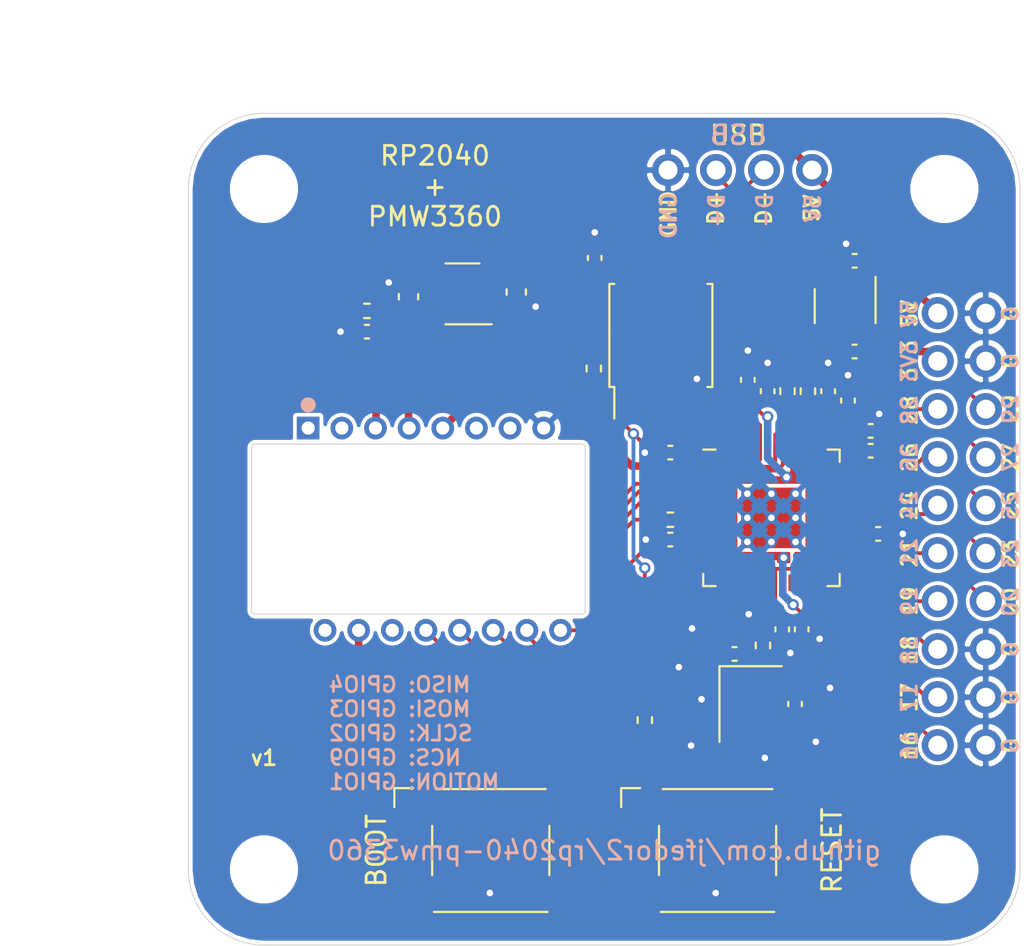
<source format=kicad_pcb>
(kicad_pcb (version 20171130) (host pcbnew "(5.1.10)-1")
  (layers (0 F.Cu signal) (31 B.Cu signal) (34 B.Paste user) (35 F.Paste user) (36 B.SilkS user) (37 F.SilkS user) (38 B.Mask user) (39 F.Mask user) (44 Edge.Cuts user))
  (net 0 "")
  (net 1 GND)
  (net 2 +5V)
  (net 3 D-)
  (net 4 D+)
  (net 5 +3V3)
  (net 6 +1V1)
  (net 7 "Net-(R3-Pad2)")
  (net 8 "Net-(R4-Pad2)")
  (net 9 XIN)
  (net 10 XOUT)
  (net 11 "Net-(R1-Pad2)")
  (net 12 QSPI_SS)
  (net 13 QSPI_SD3)
  (net 14 QSPI_SCLK)
  (net 15 QSPI_SD0)
  (net 16 QSPI_SD2)
  (net 17 QSPI_SD1)
  (net 18 +1V8)
  (net 19 "Net-(C14-Pad1)")
  (net 20 "Net-(C19-Pad1)")
  (net 21 MISO)
  (net 22 "Net-(R6-Pad2)")
  (net 23 "Net-(SW1-Pad2)")
  (net 24 "Net-(U1-Pad4)")
  (net 25 MOTION)
  (net 26 SCLK)
  (net 27 "Net-(U2-Pad7)")
  (net 28 MOSI)
  (net 29 "Net-(U2-Pad6)")
  (net 30 NCS)
  (net 31 "Net-(U2-Pad14)")
  (net 32 "Net-(U2-Pad2)")
  (net 33 "Net-(U2-Pad16)")
  (net 34 "Net-(U2-Pad1)")
  (net 35 "Net-(U3-Pad34)")
  (net 36 "Net-(U3-Pad25)")
  (net 37 "Net-(U3-Pad24)")
  (net 38 "Net-(U3-Pad18)")
  (net 39 "Net-(U3-Pad17)")
  (net 40 "Net-(U3-Pad16)")
  (net 41 "Net-(U3-Pad15)")
  (net 42 "Net-(U3-Pad9)")
  (net 43 "Net-(U3-Pad8)")
  (net 44 "Net-(U3-Pad7)")
  (net 45 "Net-(U4-Pad4)")
  (net 46 GPIO29)
  (net 47 GPIO28)
  (net 48 GPIO27)
  (net 49 GPIO26)
  (net 50 GPIO25)
  (net 51 GPIO24)
  (net 52 GPIO23)
  (net 53 GPIO20)
  (net 54 GPIO19)
  (net 55 GPIO18)
  (net 56 GPIO17)
  (net 57 GPIO16)
  (net 58 GPIO21)
  (net 59 "Net-(U3-Pad2)")
  (net 60 "Net-(U3-Pad14)")
  (net 61 "Net-(U3-Pad13)")
  (net 62 "Net-(U3-Pad11)")
  (module PMW3360:PMW3360 (layer B.Cu) (at 107.34 42.65 270)
    (fp_text reference U2 hide)
    (fp_text value PMW3360)
    (pad 9 thru_hole circle (at 10.7 -13.35 270) (size 1.2 1.2) (drill 0.7) (layers *.Cu *.Mask) (net 25 MOTION))
    (pad 10 thru_hole circle (at 10.7 -11.57 270) (size 1.2 1.2) (drill 0.7) (layers *.Cu *.Mask) (net 26 SCLK))
    (pad 11 thru_hole circle (at 10.7 -9.79 270) (size 1.2 1.2) (drill 0.7) (layers *.Cu *.Mask) (net 28 MOSI))
    (pad 12 thru_hole circle (at 10.7 -8.01 270) (size 1.2 1.2) (drill 0.7) (layers *.Cu *.Mask) (net 21 MISO))
    (pad 13 thru_hole circle (at 10.7 -6.23 270) (size 1.2 1.2) (drill 0.7) (layers *.Cu *.Mask) (net 30 NCS))
    (pad 14 thru_hole circle (at 10.7 -4.45 270) (size 1.2 1.2) (drill 0.7) (layers *.Cu *.Mask) (net 31 "Net-(U2-Pad14)"))
    (pad 15 thru_hole circle (at 10.7 -2.67 270) (size 1.2 1.2) (drill 0.7) (layers *.Cu *.Mask) (net 11 "Net-(R1-Pad2)"))
    (pad 16 thru_hole circle (at 10.7 -0.89 270) (size 1.2 1.2) (drill 0.7) (layers *.Cu *.Mask) (net 33 "Net-(U2-Pad16)"))
    (pad 8 thru_hole circle (at 0 -12.46 270) (size 1.2 1.2) (drill 0.7) (layers *.Cu *.Mask) (net 1 GND))
    (pad 7 thru_hole circle (at 0 -10.68 270) (size 1.2 1.2) (drill 0.7) (layers *.Cu *.Mask) (net 27 "Net-(U2-Pad7)"))
    (pad 6 thru_hole circle (at 0 -8.9 270) (size 1.2 1.2) (drill 0.7) (layers *.Cu *.Mask) (net 29 "Net-(U2-Pad6)"))
    (pad 5 thru_hole circle (at 0 -7.12 270) (size 1.2 1.2) (drill 0.7) (layers *.Cu *.Mask) (net 5 +3V3))
    (pad 4 thru_hole circle (at 0 -5.34 270) (size 1.2 1.2) (drill 0.7) (layers *.Cu *.Mask) (net 18 +1V8))
    (pad 3 thru_hole circle (at 0 -3.56 270) (size 1.2 1.2) (drill 0.7) (layers *.Cu *.Mask) (net 19 "Net-(C14-Pad1)"))
    (pad 2 thru_hole circle (at 0 -1.78 270) (size 1.2 1.2) (drill 0.7) (layers *.Cu *.Mask) (net 32 "Net-(U2-Pad2)"))
    (pad 1 thru_hole rect (at 0 0 270) (size 1.2 1.2) (drill 0.7) (layers *.Cu *.Mask) (net 34 "Net-(U2-Pad1)"))
  )
  (module Package_TO_SOT_SMD:SOT-23-5 (layer F.Cu) (at 115.5 35.55 180)
    (fp_text reference U1 hide)
    (fp_text value TCR2EF19)
    (pad 5 smd rect (at 1.1 -0.95 180) (size 1.06 0.65) (layers F.Cu F.Paste F.Mask) (net 18 +1V8))
    (pad 4 smd rect (at 1.1 0.95 180) (size 1.06 0.65) (layers F.Cu F.Paste F.Mask) (net 24 "Net-(U1-Pad4)"))
    (pad 3 smd rect (at -1.1 0.95 180) (size 1.06 0.65) (layers F.Cu F.Paste F.Mask) (net 2 +5V))
    (pad 2 smd rect (at -1.1 0 180) (size 1.06 0.65) (layers F.Cu F.Paste F.Mask) (net 1 GND))
    (pad 1 smd rect (at -1.1 -0.95 180) (size 1.06 0.65) (layers F.Cu F.Paste F.Mask) (net 2 +5V))
  )
  (module Capacitor_SMD:C_0603_1608Metric (layer F.Cu) (at 118.35 35.45 90)
    (fp_text reference C11 hide)
    (fp_text value 0.1u)
    (pad 2 smd roundrect (at 0.775 0 90) (size 0.9 0.95) (layers F.Cu F.Paste F.Mask) (net 2 +5V))
    (pad 1 smd roundrect (at -0.775 0 90) (size 0.9 0.95) (layers F.Cu F.Paste F.Mask) (net 1 GND))
  )
  (module Capacitor_SMD:C_0603_1608Metric (layer F.Cu) (at 112.65 35.7 90)
    (fp_text reference C12 hide)
    (fp_text value 1u)
    (pad 2 smd roundrect (at 0.775 0 90) (size 0.9 0.95) (layers F.Cu F.Paste F.Mask) (net 1 GND))
    (pad 1 smd roundrect (at -0.775 0 90) (size 0.9 0.95) (layers F.Cu F.Paste F.Mask) (net 18 +1V8))
  )
  (module Capacitor_SMD:C_0402_1005Metric (layer F.Cu) (at 126.5 48.55 180)
    (fp_text reference C6 hide)
    (fp_text value 100n)
    (pad 2 smd roundrect (at 0.48 0 180) (size 0.56 0.62) (layers F.Cu F.Paste F.Mask) (net 1 GND))
    (pad 1 smd roundrect (at -0.48 0 180) (size 0.56 0.62) (layers F.Cu F.Paste F.Mask) (net 5 +3V3))
  )
  (module Resistor_SMD:R_0402_1005Metric (layer F.Cu) (at 126.5 47.5 180)
    (fp_text reference R2 hide)
    (fp_text value 10k)
    (pad 2 smd roundrect (at 0.51 0 180) (size 0.54 0.64) (layers F.Cu F.Paste F.Mask) (net 21 MISO))
    (pad 1 smd roundrect (at -0.51 0 180) (size 0.54 0.64) (layers F.Cu F.Paste F.Mask) (net 5 +3V3))
  )
  (module Capacitor_SMD:C_0402_1005Metric (layer F.Cu) (at 122.5 33.65 90)
    (fp_text reference C17 hide)
    (fp_text value 100n)
    (pad 2 smd roundrect (at 0.48 0 90) (size 0.56 0.62) (layers F.Cu F.Paste F.Mask) (net 1 GND))
    (pad 1 smd roundrect (at -0.48 0 90) (size 0.56 0.62) (layers F.Cu F.Paste F.Mask) (net 5 +3V3))
  )
  (module Capacitor_SMD:C_0402_1005Metric (layer F.Cu) (at 110.45 37.55 180)
    (fp_text reference C14 hide)
    (fp_text value 4.7u)
    (pad 2 smd roundrect (at 0.48 0 180) (size 0.56 0.62) (layers F.Cu F.Paste F.Mask) (net 1 GND))
    (pad 1 smd roundrect (at -0.48 0 180) (size 0.56 0.62) (layers F.Cu F.Paste F.Mask) (net 19 "Net-(C14-Pad1)"))
  )
  (module Connector_PinHeader_2.54mm:PinHeader_2x10_P2.54mm_Vertical (layer F.Cu) (at 140.65 36.57)
    (fp_text reference J2 hide)
    (fp_text value Conn_02x10_Odd_Even)
    (pad 20 thru_hole oval (at 2.54 22.86) (size 1.7 1.7) (drill 1) (layers *.Cu *.Mask) (net 1 GND))
    (pad 19 thru_hole oval (at 0 22.86) (size 1.7 1.7) (drill 1) (layers *.Cu *.Mask) (net 57 GPIO16))
    (pad 18 thru_hole oval (at 2.54 20.32) (size 1.7 1.7) (drill 1) (layers *.Cu *.Mask) (net 1 GND))
    (pad 17 thru_hole oval (at 0 20.32) (size 1.7 1.7) (drill 1) (layers *.Cu *.Mask) (net 56 GPIO17))
    (pad 16 thru_hole oval (at 2.54 17.78) (size 1.7 1.7) (drill 1) (layers *.Cu *.Mask) (net 1 GND))
    (pad 15 thru_hole oval (at 0 17.78) (size 1.7 1.7) (drill 1) (layers *.Cu *.Mask) (net 55 GPIO18))
    (pad 14 thru_hole oval (at 2.54 15.24) (size 1.7 1.7) (drill 1) (layers *.Cu *.Mask) (net 53 GPIO20))
    (pad 13 thru_hole oval (at 0 15.24) (size 1.7 1.7) (drill 1) (layers *.Cu *.Mask) (net 54 GPIO19))
    (pad 12 thru_hole oval (at 2.54 12.7) (size 1.7 1.7) (drill 1) (layers *.Cu *.Mask) (net 52 GPIO23))
    (pad 11 thru_hole oval (at 0 12.7) (size 1.7 1.7) (drill 1) (layers *.Cu *.Mask) (net 58 GPIO21))
    (pad 10 thru_hole oval (at 2.54 10.16) (size 1.7 1.7) (drill 1) (layers *.Cu *.Mask) (net 50 GPIO25))
    (pad 9 thru_hole oval (at 0 10.16) (size 1.7 1.7) (drill 1) (layers *.Cu *.Mask) (net 51 GPIO24))
    (pad 8 thru_hole oval (at 2.54 7.62) (size 1.7 1.7) (drill 1) (layers *.Cu *.Mask) (net 48 GPIO27))
    (pad 7 thru_hole oval (at 0 7.62) (size 1.7 1.7) (drill 1) (layers *.Cu *.Mask) (net 49 GPIO26))
    (pad 6 thru_hole oval (at 2.54 5.08) (size 1.7 1.7) (drill 1) (layers *.Cu *.Mask) (net 46 GPIO29))
    (pad 5 thru_hole oval (at 0 5.08) (size 1.7 1.7) (drill 1) (layers *.Cu *.Mask) (net 47 GPIO28))
    (pad 4 thru_hole oval (at 2.54 2.54) (size 1.7 1.7) (drill 1) (layers *.Cu *.Mask) (net 1 GND))
    (pad 3 thru_hole oval (at 0 2.54) (size 1.7 1.7) (drill 1) (layers *.Cu *.Mask) (net 5 +3V3))
    (pad 2 thru_hole oval (at 2.54 0) (size 1.7 1.7) (drill 1) (layers *.Cu *.Mask) (net 1 GND))
    (pad 1 thru_hole circle (at 0 0) (size 1.7 1.7) (drill 1) (layers *.Cu *.Mask) (net 2 +5V))
  )
  (module Capacitor_SMD:C_0402_1005Metric (layer F.Cu) (at 137.5 48.25)
    (fp_text reference C5 hide)
    (fp_text value 100n)
    (pad 2 smd roundrect (at 0.48 0) (size 0.56 0.62) (layers F.Cu F.Paste F.Mask) (net 1 GND))
    (pad 1 smd roundrect (at -0.48 0) (size 0.56 0.62) (layers F.Cu F.Paste F.Mask) (net 5 +3V3))
  )
  (module Connector_PinHeader_2.54mm:PinHeader_1x04_P2.54mm_Vertical (layer F.Cu) (at 134 29 270)
    (fp_text reference J1 hide)
    (fp_text value Conn_01x04)
    (pad 4 thru_hole oval (at 0 7.62 270) (size 1.7 1.7) (drill 1) (layers *.Cu *.Mask) (net 1 GND))
    (pad 3 thru_hole oval (at 0 5.08 270) (size 1.7 1.7) (drill 1) (layers *.Cu *.Mask) (net 4 D+))
    (pad 2 thru_hole oval (at 0 2.54 270) (size 1.7 1.7) (drill 1) (layers *.Cu *.Mask) (net 3 D-))
    (pad 1 thru_hole circle (at 0 0 270) (size 1.7 1.7) (drill 1) (layers *.Cu *.Mask) (net 2 +5V))
  )
  (module MountingHole:MountingHole_3.2mm_M3 (layer F.Cu) (at 141 66)
    (fp_text reference H4 hide)
    (fp_text value MountingHole)
    (pad 1 np_thru_hole circle (at 0 0) (size 3.2 3.2) (drill 3.2) (layers *.Cu *.Mask))
  )
  (module MountingHole:MountingHole_3.2mm_M3 (layer F.Cu) (at 141 30)
    (fp_text reference H3 hide)
    (fp_text value MountingHole)
    (pad 1 np_thru_hole circle (at 0 0) (size 3.2 3.2) (drill 3.2) (layers *.Cu *.Mask))
  )
  (module MountingHole:MountingHole_3.2mm_M3 (layer F.Cu) (at 105 66)
    (fp_text reference H2 hide)
    (fp_text value MountingHole)
    (pad 1 np_thru_hole circle (at 0 0) (size 3.2 3.2) (drill 3.2) (layers *.Cu *.Mask))
  )
  (module MountingHole:MountingHole_3.2mm_M3 (layer F.Cu) (at 105 30)
    (fp_text reference H1 hide)
    (fp_text value MountingHole)
    (pad 1 np_thru_hole circle (at 0 0) (size 3.2 3.2) (drill 3.2) (layers *.Cu *.Mask))
  )
  (module Resistor_SMD:R_0402_1005Metric (layer F.Cu) (at 110.45 36.45 180)
    (fp_text reference R1 hide)
    (fp_text value 39)
    (pad 2 smd roundrect (at 0.51 0 180) (size 0.54 0.64) (layers F.Cu F.Paste F.Mask) (net 11 "Net-(R1-Pad2)"))
    (pad 1 smd roundrect (at -0.51 0 180) (size 0.54 0.64) (layers F.Cu F.Paste F.Mask) (net 18 +1V8))
  )
  (module Resistor_SMD:R_0402_1005Metric (layer F.Cu) (at 125.15 58.1 270)
    (fp_text reference R6 hide)
    (fp_text value 1k)
    (pad 2 smd roundrect (at 0.51 0 270) (size 0.54 0.64) (layers F.Cu F.Paste F.Mask) (net 22 "Net-(R6-Pad2)"))
    (pad 1 smd roundrect (at -0.51 0 270) (size 0.54 0.64) (layers F.Cu F.Paste F.Mask) (net 12 QSPI_SS))
  )
  (module Button_Switch_SMD:SW_SPST_Omron_B3FS-100xP (layer F.Cu) (at 129 65)
    (fp_text reference SW1 hide)
    (fp_text value SW_Push)
    (pad 1 smd rect (at -4 2.25 180) (size 1.6 1.4) (layers F.Cu F.Paste F.Mask) (net 1 GND))
    (pad 1 smd rect (at 4 2.25 180) (size 1.6 1.4) (layers F.Cu F.Paste F.Mask) (net 1 GND))
    (pad 2 smd rect (at -4 -2.25 180) (size 1.6 1.4) (layers F.Cu F.Paste F.Mask) (net 23 "Net-(SW1-Pad2)"))
    (pad 2 smd rect (at 4 -2.25 180) (size 1.6 1.4) (layers F.Cu F.Paste F.Mask) (net 23 "Net-(SW1-Pad2)"))
  )
  (module Button_Switch_SMD:SW_SPST_Omron_B3FS-100xP (layer F.Cu) (at 117 65)
    (fp_text reference SW2 hide)
    (fp_text value SW_Push)
    (pad 1 smd rect (at -4 2.25 180) (size 1.6 1.4) (layers F.Cu F.Paste F.Mask) (net 1 GND))
    (pad 1 smd rect (at 4 2.25 180) (size 1.6 1.4) (layers F.Cu F.Paste F.Mask) (net 1 GND))
    (pad 2 smd rect (at -4 -2.25 180) (size 1.6 1.4) (layers F.Cu F.Paste F.Mask) (net 22 "Net-(R6-Pad2)"))
    (pad 2 smd rect (at 4 -2.25 180) (size 1.6 1.4) (layers F.Cu F.Paste F.Mask) (net 22 "Net-(R6-Pad2)"))
  )
  (module Crystal:Crystal_SMD_3225-4Pin_3.2x2.5mm (layer F.Cu) (at 130.75 57.25 270)
    (fp_text reference Y1 hide)
    (fp_text value Crystal_GND24)
    (pad 4 smd rect (at -1.1 -0.85 270) (size 1.4 1.2) (layers F.Cu F.Paste F.Mask) (net 1 GND))
    (pad 3 smd rect (at 1.1 -0.85 270) (size 1.4 1.2) (layers F.Cu F.Paste F.Mask) (net 20 "Net-(C19-Pad1)"))
    (pad 2 smd rect (at 1.1 0.85 270) (size 1.4 1.2) (layers F.Cu F.Paste F.Mask) (net 1 GND))
    (pad 1 smd rect (at -1.1 0.85 270) (size 1.4 1.2) (layers F.Cu F.Paste F.Mask) (net 9 XIN))
  )
  (module RP2040:RP2040-QFN-56 (layer F.Cu) (at 131.85 47.4)
    (fp_text reference U3 hide)
    (fp_text value RP2040)
    (pad 56 smd roundrect (at -2.6 -3.4375) (size 0.2 0.875) (layers F.Cu F.Paste F.Mask) (net 12 QSPI_SS))
    (pad 55 smd roundrect (at -2.2 -3.4375) (size 0.2 0.875) (layers F.Cu F.Paste F.Mask) (net 17 QSPI_SD1))
    (pad 54 smd roundrect (at -1.8 -3.4375) (size 0.2 0.875) (layers F.Cu F.Paste F.Mask) (net 16 QSPI_SD2))
    (pad 53 smd roundrect (at -1.4 -3.4375) (size 0.2 0.875) (layers F.Cu F.Paste F.Mask) (net 15 QSPI_SD0))
    (pad 52 smd roundrect (at -1 -3.4375) (size 0.2 0.875) (layers F.Cu F.Paste F.Mask) (net 14 QSPI_SCLK))
    (pad 51 smd roundrect (at -0.6 -3.4375) (size 0.2 0.875) (layers F.Cu F.Paste F.Mask) (net 13 QSPI_SD3))
    (pad 50 smd roundrect (at -0.2 -3.4375) (size 0.2 0.875) (layers F.Cu F.Paste F.Mask) (net 6 +1V1))
    (pad 49 smd roundrect (at 0.2 -3.4375) (size 0.2 0.875) (layers F.Cu F.Paste F.Mask) (net 5 +3V3))
    (pad 48 smd roundrect (at 0.6 -3.4375) (size 0.2 0.875) (layers F.Cu F.Paste F.Mask) (net 5 +3V3))
    (pad 47 smd roundrect (at 1 -3.4375) (size 0.2 0.875) (layers F.Cu F.Paste F.Mask) (net 7 "Net-(R3-Pad2)"))
    (pad 46 smd roundrect (at 1.4 -3.4375) (size 0.2 0.875) (layers F.Cu F.Paste F.Mask) (net 8 "Net-(R4-Pad2)"))
    (pad 45 smd roundrect (at 1.8 -3.4375) (size 0.2 0.875) (layers F.Cu F.Paste F.Mask) (net 6 +1V1))
    (pad 44 smd roundrect (at 2.2 -3.4375) (size 0.2 0.875) (layers F.Cu F.Paste F.Mask) (net 5 +3V3))
    (pad 43 smd roundrect (at 2.6 -3.4375) (size 0.2 0.875) (layers F.Cu F.Paste F.Mask) (net 5 +3V3))
    (pad 42 smd roundrect (at 3.4375 -2.6) (size 0.875 0.2) (layers F.Cu F.Paste F.Mask) (net 5 +3V3))
    (pad 41 smd roundrect (at 3.4375 -2.2) (size 0.875 0.2) (layers F.Cu F.Paste F.Mask) (net 46 GPIO29))
    (pad 40 smd roundrect (at 3.4375 -1.8) (size 0.875 0.2) (layers F.Cu F.Paste F.Mask) (net 47 GPIO28))
    (pad 39 smd roundrect (at 3.4375 -1.4) (size 0.875 0.2) (layers F.Cu F.Paste F.Mask) (net 48 GPIO27))
    (pad 38 smd roundrect (at 3.4375 -1) (size 0.875 0.2) (layers F.Cu F.Paste F.Mask) (net 49 GPIO26))
    (pad 37 smd roundrect (at 3.4375 -0.6) (size 0.875 0.2) (layers F.Cu F.Paste F.Mask) (net 50 GPIO25))
    (pad 36 smd roundrect (at 3.4375 -0.2) (size 0.875 0.2) (layers F.Cu F.Paste F.Mask) (net 51 GPIO24))
    (pad 35 smd roundrect (at 3.4375 0.2) (size 0.875 0.2) (layers F.Cu F.Paste F.Mask) (net 52 GPIO23))
    (pad 34 smd roundrect (at 3.4375 0.6) (size 0.875 0.2) (layers F.Cu F.Paste F.Mask) (net 35 "Net-(U3-Pad34)"))
    (pad 33 smd roundrect (at 3.4375 1) (size 0.875 0.2) (layers F.Cu F.Paste F.Mask) (net 5 +3V3))
    (pad 32 smd roundrect (at 3.4375 1.4) (size 0.875 0.2) (layers F.Cu F.Paste F.Mask) (net 58 GPIO21))
    (pad 31 smd roundrect (at 3.4375 1.8) (size 0.875 0.2) (layers F.Cu F.Paste F.Mask) (net 53 GPIO20))
    (pad 30 smd roundrect (at 3.4375 2.2) (size 0.875 0.2) (layers F.Cu F.Paste F.Mask) (net 54 GPIO19))
    (pad 29 smd roundrect (at 3.4375 2.6) (size 0.875 0.2) (layers F.Cu F.Paste F.Mask) (net 55 GPIO18))
    (pad 28 smd roundrect (at 2.6 3.4375) (size 0.2 0.875) (layers F.Cu F.Paste F.Mask) (net 56 GPIO17))
    (pad 27 smd roundrect (at 2.2 3.4375) (size 0.2 0.875) (layers F.Cu F.Paste F.Mask) (net 57 GPIO16))
    (pad 26 smd roundrect (at 1.8 3.4375) (size 0.2 0.875) (layers F.Cu F.Paste F.Mask) (net 23 "Net-(SW1-Pad2)"))
    (pad 25 smd roundrect (at 1.4 3.4375) (size 0.2 0.875) (layers F.Cu F.Paste F.Mask) (net 36 "Net-(U3-Pad25)"))
    (pad 24 smd roundrect (at 1 3.4375) (size 0.2 0.875) (layers F.Cu F.Paste F.Mask) (net 37 "Net-(U3-Pad24)"))
    (pad 23 smd roundrect (at 0.6 3.4375) (size 0.2 0.875) (layers F.Cu F.Paste F.Mask) (net 6 +1V1))
    (pad 22 smd roundrect (at 0.2 3.4375) (size 0.2 0.875) (layers F.Cu F.Paste F.Mask) (net 5 +3V3))
    (pad 21 smd roundrect (at -0.2 3.4375) (size 0.2 0.875) (layers F.Cu F.Paste F.Mask) (net 10 XOUT))
    (pad 20 smd roundrect (at -0.6 3.4375) (size 0.2 0.875) (layers F.Cu F.Paste F.Mask) (net 9 XIN))
    (pad 19 smd roundrect (at -1 3.4375) (size 0.2 0.875) (layers F.Cu F.Paste F.Mask) (net 1 GND))
    (pad 18 smd roundrect (at -1.4 3.4375) (size 0.2 0.875) (layers F.Cu F.Paste F.Mask) (net 38 "Net-(U3-Pad18)"))
    (pad 17 smd roundrect (at -1.8 3.4375) (size 0.2 0.875) (layers F.Cu F.Paste F.Mask) (net 39 "Net-(U3-Pad17)"))
    (pad 16 smd roundrect (at -2.2 3.4375) (size 0.2 0.875) (layers F.Cu F.Paste F.Mask) (net 40 "Net-(U3-Pad16)"))
    (pad 15 smd roundrect (at -2.6 3.4375) (size 0.2 0.875) (layers F.Cu F.Paste F.Mask) (net 41 "Net-(U3-Pad15)"))
    (pad 14 smd roundrect (at -3.4375 2.6) (size 0.875 0.2) (layers F.Cu F.Paste F.Mask) (net 60 "Net-(U3-Pad14)"))
    (pad 13 smd roundrect (at -3.4375 2.2) (size 0.875 0.2) (layers F.Cu F.Paste F.Mask) (net 61 "Net-(U3-Pad13)"))
    (pad 12 smd roundrect (at -3.4375 1.8) (size 0.875 0.2) (layers F.Cu F.Paste F.Mask) (net 30 NCS))
    (pad 11 smd roundrect (at -3.4375 1.4) (size 0.875 0.2) (layers F.Cu F.Paste F.Mask) (net 62 "Net-(U3-Pad11)"))
    (pad 10 smd roundrect (at -3.4375 1) (size 0.875 0.2) (layers F.Cu F.Paste F.Mask) (net 5 +3V3))
    (pad 9 smd roundrect (at -3.4375 0.6) (size 0.875 0.2) (layers F.Cu F.Paste F.Mask) (net 42 "Net-(U3-Pad9)"))
    (pad 8 smd roundrect (at -3.4375 0.2) (size 0.875 0.2) (layers F.Cu F.Paste F.Mask) (net 43 "Net-(U3-Pad8)"))
    (pad 7 smd roundrect (at -3.4375 -0.2) (size 0.875 0.2) (layers F.Cu F.Paste F.Mask) (net 44 "Net-(U3-Pad7)"))
    (pad 6 smd roundrect (at -3.4375 -0.6) (size 0.875 0.2) (layers F.Cu F.Paste F.Mask) (net 21 MISO))
    (pad 5 smd roundrect (at -3.4375 -1) (size 0.875 0.2) (layers F.Cu F.Paste F.Mask) (net 28 MOSI))
    (pad 4 smd roundrect (at -3.4375 -1.4) (size 0.875 0.2) (layers F.Cu F.Paste F.Mask) (net 26 SCLK))
    (pad 3 smd roundrect (at -3.4375 -1.8) (size 0.875 0.2) (layers F.Cu F.Paste F.Mask) (net 25 MOTION))
    (pad 2 smd roundrect (at -3.4375 -2.2) (size 0.875 0.2) (layers F.Cu F.Paste F.Mask) (net 59 "Net-(U3-Pad2)"))
    (pad 1 smd roundrect (at -3.4375 -2.6) (size 0.875 0.2) (layers F.Cu F.Paste F.Mask) (net 5 +3V3))
    (pad 57 thru_hole circle (at 1.275 1.275) (size 0.6 0.6) (drill 0.35) (layers *.Cu) (net 1 GND))
    (pad 57 thru_hole circle (at 0 1.275) (size 0.6 0.6) (drill 0.35) (layers *.Cu) (net 1 GND))
    (pad 57 thru_hole circle (at -1.275 1.275) (size 0.6 0.6) (drill 0.35) (layers *.Cu) (net 1 GND))
    (pad 57 thru_hole circle (at 1.275 0) (size 0.6 0.6) (drill 0.35) (layers *.Cu) (net 1 GND))
    (pad 57 thru_hole circle (at 0 0) (size 0.6 0.6) (drill 0.35) (layers *.Cu) (net 1 GND))
    (pad 57 thru_hole circle (at -1.275 0) (size 0.6 0.6) (drill 0.35) (layers *.Cu) (net 1 GND))
    (pad 57 thru_hole circle (at 1.275 -1.275) (size 0.6 0.6) (drill 0.35) (layers *.Cu) (net 1 GND))
    (pad 57 thru_hole circle (at 0 -1.275) (size 0.6 0.6) (drill 0.35) (layers *.Cu) (net 1 GND))
    (pad 57 thru_hole circle (at -1.275 -1.275) (size 0.6 0.6) (drill 0.35) (layers *.Cu) (net 1 GND))
    (pad 57 smd roundrect (at 0 0) (size 3.2 3.2) (layers F.Cu F.Mask) (roundrect_rratio 0.045) (net 1 GND))
  )
  (module Package_SO:SOIC-8_5.23x5.23mm_P1.27mm (layer F.Cu) (at 126 37.75 90)
    (fp_text reference U5 hide)
    (fp_text value W25Q128JVS)
    (pad 8 smd roundrect (at 3.6 -1.905 90) (size 1.6 0.6) (layers F.Cu F.Paste F.Mask) (net 5 +3V3))
    (pad 7 smd roundrect (at 3.6 -0.635 90) (size 1.6 0.6) (layers F.Cu F.Paste F.Mask) (net 13 QSPI_SD3))
    (pad 6 smd roundrect (at 3.6 0.635 90) (size 1.6 0.6) (layers F.Cu F.Paste F.Mask) (net 14 QSPI_SCLK))
    (pad 5 smd roundrect (at 3.6 1.905 90) (size 1.6 0.6) (layers F.Cu F.Paste F.Mask) (net 15 QSPI_SD0))
    (pad 4 smd roundrect (at -3.6 1.905 90) (size 1.6 0.6) (layers F.Cu F.Paste F.Mask) (net 1 GND))
    (pad 3 smd roundrect (at -3.6 0.635 90) (size 1.6 0.6) (layers F.Cu F.Paste F.Mask) (net 16 QSPI_SD2))
    (pad 2 smd roundrect (at -3.6 -0.635 90) (size 1.6 0.6) (layers F.Cu F.Paste F.Mask) (net 17 QSPI_SD1))
    (pad 1 smd roundrect (at -3.6 -1.905 90) (size 1.6 0.6) (layers F.Cu F.Paste F.Mask) (net 12 QSPI_SS))
  )
  (module Package_TO_SOT_SMD:SOT-23-5 (layer F.Cu) (at 135.75 36.2 270)
    (fp_text reference U4 hide)
    (fp_text value TLV73333PDBV)
    (pad 5 smd rect (at 1.1 -0.95 270) (size 1.06 0.65) (layers F.Cu F.Paste F.Mask) (net 5 +3V3))
    (pad 4 smd rect (at 1.1 0.95 270) (size 1.06 0.65) (layers F.Cu F.Paste F.Mask) (net 45 "Net-(U4-Pad4)"))
    (pad 3 smd rect (at -1.1 0.95 270) (size 1.06 0.65) (layers F.Cu F.Paste F.Mask) (net 2 +5V))
    (pad 2 smd rect (at -1.1 0 270) (size 1.06 0.65) (layers F.Cu F.Paste F.Mask) (net 1 GND))
    (pad 1 smd rect (at -1.1 -0.95 270) (size 1.06 0.65) (layers F.Cu F.Paste F.Mask) (net 2 +5V))
  )
  (module Resistor_SMD:R_0402_1005Metric (layer F.Cu) (at 131.4 54.15 90)
    (fp_text reference R7 hide)
    (fp_text value 1k)
    (pad 2 smd roundrect (at 0.51 0 90) (size 0.54 0.64) (layers F.Cu F.Paste F.Mask) (net 10 XOUT))
    (pad 1 smd roundrect (at -0.51 0 90) (size 0.54 0.64) (layers F.Cu F.Paste F.Mask) (net 20 "Net-(C19-Pad1)"))
  )
  (module Resistor_SMD:R_0402_1005Metric (layer F.Cu) (at 133.78 40.7 270)
    (fp_text reference R4 hide)
    (fp_text value 27)
    (pad 2 smd roundrect (at 0.51 0 270) (size 0.54 0.64) (layers F.Cu F.Paste F.Mask) (net 8 "Net-(R4-Pad2)"))
    (pad 1 smd roundrect (at -0.51 0 270) (size 0.54 0.64) (layers F.Cu F.Paste F.Mask) (net 3 D-))
  )
  (module Resistor_SMD:R_0402_1005Metric (layer F.Cu) (at 132.7 40.7 270)
    (fp_text reference R3 hide)
    (fp_text value 27)
    (pad 2 smd roundrect (at 0.51 0 270) (size 0.54 0.64) (layers F.Cu F.Paste F.Mask) (net 7 "Net-(R3-Pad2)"))
    (pad 1 smd roundrect (at -0.51 0 270) (size 0.54 0.64) (layers F.Cu F.Paste F.Mask) (net 4 D+))
  )
  (module Resistor_SMD:R_0402_1005Metric (layer F.Cu) (at 122.45 39.5 270)
    (fp_text reference R5 hide)
    (fp_text value 10k)
    (pad 2 smd roundrect (at 0.51 0 270) (size 0.54 0.64) (layers F.Cu F.Paste F.Mask) (net 12 QSPI_SS))
    (pad 1 smd roundrect (at -0.51 0 270) (size 0.54 0.64) (layers F.Cu F.Paste F.Mask) (net 5 +3V3))
  )
  (module Capacitor_SMD:C_0402_1005Metric (layer F.Cu) (at 137.1 42.8)
    (fp_text reference C9 hide)
    (fp_text value 100n)
    (pad 1 smd roundrect (at -0.48 0) (size 0.56 0.62) (layers F.Cu F.Paste F.Mask) (net 5 +3V3))
    (pad 2 smd roundrect (at 0.48 0) (size 0.56 0.62) (layers F.Cu F.Paste F.Mask) (net 1 GND))
  )
  (module Capacitor_SMD:C_0402_1005Metric (layer F.Cu) (at 137.1 43.85)
    (fp_text reference C8 hide)
    (fp_text value 100n)
    (pad 1 smd roundrect (at -0.48 0) (size 0.56 0.62) (layers F.Cu F.Paste F.Mask) (net 5 +3V3))
    (pad 2 smd roundrect (at 0.48 0) (size 0.56 0.62) (layers F.Cu F.Paste F.Mask) (net 1 GND))
  )
  (module Capacitor_SMD:C_0402_1005Metric (layer F.Cu) (at 132.42 53.3 270)
    (fp_text reference C7 hide)
    (fp_text value 100n)
    (pad 2 smd roundrect (at 0.48 0 270) (size 0.56 0.62) (layers F.Cu F.Paste F.Mask) (net 1 GND))
    (pad 1 smd roundrect (at -0.48 0 270) (size 0.56 0.62) (layers F.Cu F.Paste F.Mask) (net 5 +3V3))
  )
  (module Capacitor_SMD:C_0402_1005Metric (layer F.Cu) (at 126.5 43.95 180)
    (fp_text reference C4 hide)
    (fp_text value 100n)
    (pad 2 smd roundrect (at 0.48 0 180) (size 0.56 0.62) (layers F.Cu F.Paste F.Mask) (net 1 GND))
    (pad 1 smd roundrect (at -0.48 0 180) (size 0.56 0.62) (layers F.Cu F.Paste F.Mask) (net 5 +3V3))
  )
  (module Capacitor_SMD:C_0402_1005Metric (layer F.Cu) (at 135.9 41.2 90)
    (fp_text reference C10 hide)
    (fp_text value 1u)
    (pad 2 smd roundrect (at 0.48 0 90) (size 0.56 0.62) (layers F.Cu F.Paste F.Mask) (net 1 GND))
    (pad 1 smd roundrect (at -0.48 0 90) (size 0.56 0.62) (layers F.Cu F.Paste F.Mask) (net 5 +3V3))
  )
  (module Capacitor_SMD:C_0402_1005Metric (layer F.Cu) (at 131.65 40.7 90)
    (fp_text reference C3 hide)
    (fp_text value 100n)
    (pad 2 smd roundrect (at 0.48 0 90) (size 0.56 0.62) (layers F.Cu F.Paste F.Mask) (net 1 GND))
    (pad 1 smd roundrect (at -0.48 0 90) (size 0.56 0.62) (layers F.Cu F.Paste F.Mask) (net 5 +3V3))
  )
  (module Capacitor_SMD:C_0402_1005Metric (layer F.Cu) (at 134.85 40.7 90)
    (fp_text reference C13 hide)
    (fp_text value 1u)
    (pad 2 smd roundrect (at 0.48 0 90) (size 0.56 0.62) (layers F.Cu F.Paste F.Mask) (net 1 GND))
    (pad 1 smd roundrect (at -0.48 0 90) (size 0.56 0.62) (layers F.Cu F.Paste F.Mask) (net 6 +1V1))
  )
  (module Capacitor_SMD:C_0402_1005Metric (layer F.Cu) (at 133.45 53.3 270)
    (fp_text reference C2 hide)
    (fp_text value 100n)
    (pad 1 smd roundrect (at -0.48 0 270) (size 0.56 0.62) (layers F.Cu F.Paste F.Mask) (net 6 +1V1))
    (pad 2 smd roundrect (at 0.48 0 270) (size 0.56 0.62) (layers F.Cu F.Paste F.Mask) (net 1 GND))
  )
  (module Capacitor_SMD:C_0402_1005Metric (layer F.Cu) (at 130.6 40.1 90)
    (fp_text reference C1 hide)
    (fp_text value 100n)
    (pad 2 smd roundrect (at 0.48 0 90) (size 0.56 0.62) (layers F.Cu F.Paste F.Mask) (net 1 GND))
    (pad 1 smd roundrect (at -0.48 0 90) (size 0.56 0.62) (layers F.Cu F.Paste F.Mask) (net 6 +1V1))
  )
  (module Capacitor_SMD:C_0402_1005Metric (layer F.Cu) (at 136.25 38.6 180)
    (fp_text reference C16 hide)
    (fp_text value 1u)
    (pad 2 smd roundrect (at 0.48 0 180) (size 0.56 0.62) (layers F.Cu F.Paste F.Mask) (net 1 GND))
    (pad 1 smd roundrect (at -0.48 0 180) (size 0.56 0.62) (layers F.Cu F.Paste F.Mask) (net 5 +3V3))
  )
  (module Capacitor_SMD:C_0402_1005Metric (layer F.Cu) (at 133.1 57.25 270)
    (fp_text reference C19 hide)
    (fp_text value 30p)
    (pad 2 smd roundrect (at 0.48 0 270) (size 0.56 0.62) (layers F.Cu F.Paste F.Mask) (net 1 GND))
    (pad 1 smd roundrect (at -0.48 0 270) (size 0.56 0.62) (layers F.Cu F.Paste F.Mask) (net 20 "Net-(C19-Pad1)"))
  )
  (module Capacitor_SMD:C_0402_1005Metric (layer F.Cu) (at 129.9 54.6)
    (fp_text reference C18 hide)
    (fp_text value 30p)
    (pad 2 smd roundrect (at 0.48 0) (size 0.56 0.62) (layers F.Cu F.Paste F.Mask) (net 9 XIN))
    (pad 1 smd roundrect (at -0.48 0) (size 0.56 0.62) (layers F.Cu F.Paste F.Mask) (net 1 GND))
  )
  (module Capacitor_SMD:C_0402_1005Metric (layer F.Cu) (at 136.25 33.8 180)
    (fp_text reference C15 hide)
    (fp_text value 1u)
    (pad 2 smd roundrect (at 0.48 0 180) (size 0.56 0.62) (layers F.Cu F.Paste F.Mask) (net 1 GND))
    (pad 1 smd roundrect (at -0.48 0 180) (size 0.56 0.62) (layers F.Cu F.Paste F.Mask) (net 2 +5V))
  )
  (gr_text "MISO: GPIO4\nMOSI: GPIO3\nSCLK: GPIO2\nNCS: GPIO9\nMOTION: GPIO1" (at 108.35 58.8) (layer B.SilkS) (effects (font (size 0.8 0.8)) (justify right mirror)))
  (gr_text v1 (at 105 60.1) (layer F.SilkS) (effects (font (size 0.8 0.8))))
  (gr_text github.com/jfedor2/rp2040-pmw3360 (at 123 65) (layer B.SilkS) (effects (font (size 1 1)) (justify mirror)))
  (gr_text USB (at 130.1 27.15) (layer F.SilkS) (effects (font (size 1 1))))
  (gr_text "RP2040\n+\nPMW3360" (at 114.05 29.85) (layer F.SilkS) (effects (font (size 1 1))))
  (gr_text D+ (at 128.95 30.15 90) (layer B.SilkS) (effects (font (size 0.8 0.8)) (justify left mirror)))
  (gr_text 5V (at 134.05 30.2 90) (layer B.SilkS) (effects (font (size 0.8 0.8)) (justify left mirror)))
  (gr_text D- (at 131.5 30.15 90) (layer B.SilkS) (effects (font (size 0.8 0.8)) (justify left mirror)))
  (gr_text GND (at 126.411905 30.1 90) (layer B.SilkS) (effects (font (size 0.8 0.8)) (justify left mirror)))
  (gr_text 18 (at 139.15 54.4 90) (layer B.SilkS) (effects (font (size 0.8 0.8)) (justify mirror)))
  (gr_text 28 (at 139.15 41.7 90) (layer B.SilkS) (effects (font (size 0.8 0.8)) (justify mirror)))
  (gr_text 26 (at 139.15 44.2 90) (layer B.SilkS) (effects (font (size 0.8 0.8)) (justify mirror)))
  (gr_text 21 (at 139.15 49.25 90) (layer B.SilkS) (effects (font (size 0.8 0.8)) (justify mirror)))
  (gr_text 5V (at 139.15 36.6 90) (layer B.SilkS) (effects (font (size 0.8 0.8)) (justify mirror)))
  (gr_text 3V3 (at 139.15 39.1 90) (layer B.SilkS) (effects (font (size 0.8 0.8)) (justify mirror)))
  (gr_text 24 (at 139.15 46.75 90) (layer B.SilkS) (effects (font (size 0.8 0.8)) (justify mirror)))
  (gr_text 16 (at 139.15 59.45 90) (layer B.SilkS) (effects (font (size 0.8 0.8)) (justify mirror)))
  (gr_text 17 (at 139.15 56.9 90) (layer B.SilkS) (effects (font (size 0.8 0.8)) (justify mirror)))
  (gr_text 19 (at 139.15 51.8 90) (layer B.SilkS) (effects (font (size 0.8 0.8)) (justify mirror)))
  (gr_text G (at 144.5 56.9 90) (layer B.SilkS) (effects (font (size 0.8 0.8)) (justify mirror)))
  (gr_text G (at 144.5 54.35 90) (layer B.SilkS) (effects (font (size 0.8 0.8)) (justify mirror)))
  (gr_text G (at 144.5 59.45 90) (layer B.SilkS) (effects (font (size 0.8 0.8)) (justify mirror)))
  (gr_text 20 (at 144.5 51.85 90) (layer B.SilkS) (effects (font (size 0.8 0.8)) (justify mirror)))
  (gr_text 23 (at 144.5 49.3 90) (layer B.SilkS) (effects (font (size 0.8 0.8)) (justify mirror)))
  (gr_text 25 (at 144.5 46.75 90) (layer B.SilkS) (effects (font (size 0.8 0.8)) (justify mirror)))
  (gr_text 27 (at 144.5 44.2 90) (layer B.SilkS) (effects (font (size 0.8 0.8)) (justify mirror)))
  (gr_text G (at 144.5 39.1 90) (layer B.SilkS) (effects (font (size 0.8 0.8)) (justify mirror)))
  (gr_text G (at 144.5 36.6 90) (layer B.SilkS) (effects (font (size 0.8 0.8)) (justify mirror)))
  (gr_text 29 (at 144.5 41.65 90) (layer B.SilkS) (effects (font (size 0.8 0.8)) (justify mirror)))
  (gr_text G (at 144.5 59.45 90) (layer F.SilkS) (effects (font (size 0.8 0.8))))
  (gr_text G (at 144.5 56.9 90) (layer F.SilkS) (effects (font (size 0.8 0.8))))
  (gr_text G (at 144.5 54.35 90) (layer F.SilkS) (effects (font (size 0.8 0.8))))
  (gr_text 20 (at 144.5 51.85 90) (layer F.SilkS) (effects (font (size 0.8 0.8))))
  (gr_text 23 (at 144.5 49.3 90) (layer F.SilkS) (effects (font (size 0.8 0.8))))
  (gr_text 25 (at 144.5 46.75 90) (layer F.SilkS) (effects (font (size 0.8 0.8))))
  (gr_text 27 (at 144.5 44.2 90) (layer F.SilkS) (effects (font (size 0.8 0.8))))
  (gr_text 29 (at 144.5 41.65 90) (layer F.SilkS) (effects (font (size 0.8 0.8))))
  (gr_text G (at 144.5 39.1 90) (layer F.SilkS) (effects (font (size 0.8 0.8))))
  (gr_text G (at 144.5 36.6 90) (layer F.SilkS) (effects (font (size 0.8 0.8))))
  (gr_text 5V (at 139.15 36.6 90) (layer F.SilkS) (effects (font (size 0.8 0.8))))
  (gr_text 3V3 (at 139.15 39.1 90) (layer F.SilkS) (effects (font (size 0.8 0.8))))
  (gr_text 28 (at 139.15 41.7 90) (layer F.SilkS) (effects (font (size 0.8 0.8))))
  (gr_text 26 (at 139.15 44.2 90) (layer F.SilkS) (effects (font (size 0.8 0.8))))
  (gr_text 24 (at 139.15 46.75 90) (layer F.SilkS) (effects (font (size 0.8 0.8))))
  (gr_text 21 (at 139.15 49.25 90) (layer F.SilkS) (effects (font (size 0.8 0.8))))
  (gr_text 19 (at 139.15 51.8 90) (layer F.SilkS) (effects (font (size 0.8 0.8))))
  (gr_text 18 (at 139.15 54.4 90) (layer F.SilkS) (effects (font (size 0.8 0.8))))
  (gr_text 17 (at 139.15 56.9 90) (layer F.SilkS) (effects (font (size 0.8 0.8))))
  (gr_text 16 (at 139.15 59.45 90) (layer F.SilkS) (effects (font (size 0.8 0.8))))
  (gr_text 5V (at 134 30.2 90) (layer F.SilkS) (effects (font (size 0.8 0.8)) (justify right)))
  (gr_text D- (at 131.45 30 90) (layer F.SilkS) (effects (font (size 0.8 0.8)) (justify right)))
  (gr_text D+ (at 128.9 30 90) (layer F.SilkS) (effects (font (size 0.8 0.8)) (justify right)))
  (gr_text GND (at 126.4 30 90) (layer F.SilkS) (effects (font (size 0.8 0.8)) (justify right)))
  (gr_text USB (at 130.1 27.15) (layer B.SilkS) (effects (font (size 1 1)) (justify mirror)))
  (gr_arc (start 104.55 43.7) (end 104.55 43.5) (angle -90) (layer Edge.Cuts) (width 0.05))
  (gr_arc (start 104.55 52.3) (end 104.35 52.3) (angle -90) (layer Edge.Cuts) (width 0.05))
  (gr_arc (start 121.8 52.3) (end 121.8 52.5) (angle -90) (layer Edge.Cuts) (width 0.05))
  (gr_arc (start 121.8 43.7) (end 122 43.7) (angle -90) (layer Edge.Cuts) (width 0.05))
  (gr_line (start 122 52.3) (end 122 43.7) (layer Edge.Cuts) (width 0.05))
  (gr_line (start 104.55 52.5) (end 121.8 52.5) (layer Edge.Cuts) (width 0.05))
  (gr_line (start 104.35 43.7) (end 104.35 52.3) (layer Edge.Cuts) (width 0.05))
  (gr_line (start 121.8 43.5) (end 104.55 43.5) (layer Edge.Cuts) (width 0.05))
  (gr_arc (start 105 30) (end 105 26) (angle -90) (layer Edge.Cuts) (width 0.05))
  (gr_arc (start 105 66) (end 101 66) (angle -90) (layer Edge.Cuts) (width 0.05))
  (gr_arc (start 141 66) (end 141 70) (angle -90) (layer Edge.Cuts) (width 0.05))
  (gr_arc (start 141 30) (end 145 30) (angle -90) (layer Edge.Cuts) (width 0.05))
  (gr_line (start 141 26) (end 105 26) (layer Edge.Cuts) (width 0.05))
  (gr_line (start 145 66) (end 145 30) (layer Edge.Cuts) (width 0.05))
  (gr_line (start 105 70) (end 141 70) (layer Edge.Cuts) (width 0.05))
  (gr_line (start 101 30) (end 101 66) (layer Edge.Cuts) (width 0.05))
  (gr_text RESET (at 135.05 65 90) (layer F.SilkS) (effects (font (size 1 1))))
  (gr_text BOOT (at 110.95 65 90) (layer F.SilkS) (effects (font (size 1 1))))
  (segment (start 135.77 35.08) (end 135.75 35.1) (width 0.4) (layer F.Cu) (net 1))
  (segment (start 135.77 33.8) (end 135.77 35.08) (width 0.4) (layer F.Cu) (net 1))
  (via (at 131.65 39.2) (size 0.6) (drill 0.35) (layers F.Cu B.Cu) (net 1))
  (segment (start 131.65 40.22) (end 131.65 39.2) (width 0.4) (layer F.Cu) (net 1))
  (via (at 130.6 38.55) (size 0.6) (drill 0.35) (layers F.Cu B.Cu) (net 1))
  (segment (start 130.6 39.62) (end 130.6 38.55) (width 0.4) (layer F.Cu) (net 1))
  (via (at 134.85 39.2) (size 0.6) (drill 0.35) (layers F.Cu B.Cu) (net 1))
  (segment (start 134.85 40.22) (end 134.85 39.2) (width 0.4) (layer F.Cu) (net 1))
  (segment (start 135.75 38.58) (end 135.77 38.6) (width 0.4) (layer F.Cu) (net 1))
  (segment (start 135.75 35.1) (end 135.75 38.58) (width 0.4) (layer F.Cu) (net 1))
  (segment (start 131.6 56.55) (end 131.6 56.15) (width 0.2) (layer F.Cu) (net 1))
  (segment (start 129.9 58.25) (end 131.6 56.55) (width 0.2) (layer F.Cu) (net 1))
  (segment (start 129.9 58.35) (end 129.9 58.25) (width 0.2) (layer F.Cu) (net 1))
  (segment (start 129.9 59.25) (end 129.9 58.35) (width 0.2) (layer F.Cu) (net 1))
  (segment (start 130.1 59.45) (end 129.9 59.25) (width 0.2) (layer F.Cu) (net 1))
  (segment (start 132.340002 59.45) (end 130.1 59.45) (width 0.2) (layer F.Cu) (net 1))
  (segment (start 133.1 58.690002) (end 132.340002 59.45) (width 0.2) (layer F.Cu) (net 1))
  (segment (start 133.1 57.73) (end 133.1 58.690002) (width 0.2) (layer F.Cu) (net 1))
  (segment (start 128.85 57.3) (end 129.9 58.35) (width 0.2) (layer F.Cu) (net 1))
  (segment (start 128.85 55.17) (end 128.85 57.3) (width 0.2) (layer F.Cu) (net 1))
  (segment (start 129.42 54.6) (end 128.85 55.17) (width 0.2) (layer F.Cu) (net 1))
  (via (at 135.8 32.9) (size 0.6) (drill 0.35) (layers F.Cu B.Cu) (net 1))
  (segment (start 135.77 33.8) (end 135.77 32.93) (width 0.4) (layer F.Cu) (net 1))
  (segment (start 135.77 32.93) (end 135.8 32.9) (width 0.4) (layer F.Cu) (net 1))
  (via (at 130.65 52.5) (size 0.6) (drill 0.35) (layers F.Cu B.Cu) (net 1))
  (segment (start 130.85 52.3) (end 130.65 52.5) (width 0.2) (layer F.Cu) (net 1))
  (segment (start 130.85 50.8375) (end 130.85 52.3) (width 0.2) (layer F.Cu) (net 1))
  (segment (start 129.42 53.73) (end 129.42 54.6) (width 0.2) (layer F.Cu) (net 1))
  (segment (start 130.65 52.5) (end 129.42 53.73) (width 0.2) (layer F.Cu) (net 1))
  (via (at 135.9 39.85) (size 0.6) (drill 0.35) (layers F.Cu B.Cu) (net 1))
  (segment (start 135.9 40.72) (end 135.9 39.85) (width 0.4) (layer F.Cu) (net 1))
  (via (at 127.65 53.25) (size 0.6) (drill 0.35) (layers F.Cu B.Cu) (net 1))
  (via (at 126.95 55.3) (size 0.6) (drill 0.35) (layers F.Cu B.Cu) (net 1))
  (via (at 128.15 57) (size 0.6) (drill 0.35) (layers F.Cu B.Cu) (net 1))
  (via (at 127.6 59.45) (size 0.6) (drill 0.35) (layers F.Cu B.Cu) (net 1))
  (via (at 131.5 60.1) (size 0.6) (drill 0.35) (layers F.Cu B.Cu) (net 1))
  (via (at 134.2 59.25) (size 0.6) (drill 0.35) (layers F.Cu B.Cu) (net 1))
  (via (at 134.95 56.4) (size 0.6) (drill 0.35) (layers F.Cu B.Cu) (net 1))
  (segment (start 134.38 53.78) (end 134.4 53.8) (width 0.2) (layer F.Cu) (net 1))
  (segment (start 133.45 53.78) (end 134.38 53.78) (width 0.4) (layer F.Cu) (net 1))
  (via (at 134.4 53.8) (size 0.6) (drill 0.35) (layers F.Cu B.Cu) (net 1))
  (segment (start 135.45 38.6) (end 134.85 39.2) (width 0.4) (layer F.Cu) (net 1))
  (segment (start 135.77 38.6) (end 135.45 38.6) (width 0.4) (layer F.Cu) (net 1))
  (via (at 116.95 67.25) (size 0.6) (drill 0.35) (layers F.Cu B.Cu) (net 1))
  (segment (start 113 67.25) (end 116.95 67.25) (width 0.4) (layer F.Cu) (net 1))
  (segment (start 116.95 67.25) (end 121 67.25) (width 0.4) (layer F.Cu) (net 1))
  (segment (start 137.58 43.85) (end 137.58 42.8) (width 0.4) (layer F.Cu) (net 1))
  (via (at 137.55 41.9) (size 0.6) (drill 0.35) (layers F.Cu B.Cu) (net 1))
  (segment (start 137.58 41.93) (end 137.55 41.9) (width 0.4) (layer F.Cu) (net 1))
  (segment (start 137.58 42.8) (end 137.58 41.93) (width 0.4) (layer F.Cu) (net 1))
  (via (at 138.8 48.25) (size 0.6) (drill 0.35) (layers F.Cu B.Cu) (net 1))
  (segment (start 137.98 48.25) (end 138.8 48.25) (width 0.4) (layer F.Cu) (net 1))
  (via (at 109.05 37.55) (size 0.6) (drill 0.35) (layers F.Cu B.Cu) (net 1))
  (segment (start 109.97 37.55) (end 109.05 37.55) (width 0.4) (layer F.Cu) (net 1))
  (via (at 125.15001 43.95) (size 0.6) (drill 0.35) (layers F.Cu B.Cu) (net 1))
  (segment (start 126.02 43.95) (end 125.15001 43.95) (width 0.4) (layer F.Cu) (net 1))
  (segment (start 112.65 34.925) (end 113.275 35.55) (width 0.4) (layer F.Cu) (net 1))
  (segment (start 113.275 35.55) (end 116.6 35.55) (width 0.4) (layer F.Cu) (net 1))
  (segment (start 117.675 35.55) (end 118.35 36.225) (width 0.4) (layer F.Cu) (net 1))
  (segment (start 116.6 35.55) (end 117.675 35.55) (width 0.4) (layer F.Cu) (net 1))
  (via (at 111.6 34.95) (size 0.6) (drill 0.35) (layers F.Cu B.Cu) (net 1))
  (segment (start 111.625 34.925) (end 111.6 34.95) (width 0.4) (layer F.Cu) (net 1))
  (segment (start 112.65 34.925) (end 111.625 34.925) (width 0.4) (layer F.Cu) (net 1))
  (via (at 119.375002 36.225) (size 0.6) (drill 0.35) (layers F.Cu B.Cu) (net 1))
  (segment (start 118.35 36.225) (end 119.375002 36.225) (width 0.4) (layer F.Cu) (net 1))
  (via (at 127.905 40.045) (size 0.6) (drill 0.35) (layers F.Cu B.Cu) (net 1))
  (segment (start 127.905 41.35) (end 127.905 40.045) (width 0.4) (layer F.Cu) (net 1))
  (via (at 125.2 48.55) (size 0.6) (drill 0.35) (layers F.Cu B.Cu) (net 1))
  (segment (start 126.02 48.55) (end 125.2 48.55) (width 0.4) (layer F.Cu) (net 1))
  (via (at 122.5 32.3) (size 0.6) (drill 0.35) (layers F.Cu B.Cu) (net 1))
  (segment (start 122.5 33.17) (end 122.5 32.3) (width 0.4) (layer F.Cu) (net 1))
  (via (at 128.9 67.25) (size 0.6) (drill 0.35) (layers F.Cu B.Cu) (net 1))
  (segment (start 125 67.25) (end 128.9 67.25) (width 0.4) (layer F.Cu) (net 1))
  (segment (start 133 67.25) (end 128.9 67.25) (width 0.4) (layer F.Cu) (net 1))
  (via (at 132.85 54.55) (size 0.6) (drill 0.35) (layers F.Cu B.Cu) (net 1))
  (segment (start 132.42 54.12) (end 132.85 54.55) (width 0.4) (layer F.Cu) (net 1))
  (segment (start 132.42 53.78) (end 132.42 54.12) (width 0.4) (layer F.Cu) (net 1))
  (segment (start 136.73 35.07) (end 136.7 35.1) (width 0.2) (layer F.Cu) (net 2))
  (segment (start 136.73 33.8) (end 136.73 35.07) (width 0.4) (layer F.Cu) (net 2))
  (segment (start 136.73 32.58) (end 136.73 33.8) (width 0.4) (layer F.Cu) (net 2))
  (segment (start 134.8 32.863998) (end 135.875 31.788998) (width 0.4) (layer F.Cu) (net 2))
  (segment (start 134.8 35.1) (end 134.8 32.863998) (width 0.4) (layer F.Cu) (net 2))
  (segment (start 135.875 31.725) (end 136.73 32.58) (width 0.4) (layer F.Cu) (net 2))
  (segment (start 135.875 31.725) (end 135.875 30.975) (width 0.4) (layer F.Cu) (net 2))
  (segment (start 134 29.1) (end 135.875 30.975) (width 0.4) (layer F.Cu) (net 2))
  (segment (start 134 29) (end 134 29.1) (width 0.4) (layer F.Cu) (net 2))
  (segment (start 137.88 33.8) (end 140.65 36.57) (width 0.4) (layer F.Cu) (net 2))
  (segment (start 136.73 33.8) (end 137.88 33.8) (width 0.4) (layer F.Cu) (net 2))
  (segment (start 116.675 34.675) (end 116.6 34.6) (width 0.381) (layer F.Cu) (net 2))
  (segment (start 118.35 34.675) (end 119.275 34.675) (width 0.4) (layer F.Cu) (net 2))
  (segment (start 116.6 34.6) (end 118.275 34.6) (width 0.4) (layer F.Cu) (net 2))
  (segment (start 118.275 34.6) (end 118.35 34.675) (width 0.381) (layer F.Cu) (net 2))
  (segment (start 117.199999 37.099999) (end 116.6 36.5) (width 0.4) (layer F.Cu) (net 2))
  (segment (start 119.850001 37.099999) (end 117.199999 37.099999) (width 0.4) (layer F.Cu) (net 2))
  (segment (start 120.15 36.8) (end 119.850001 37.099999) (width 0.4) (layer F.Cu) (net 2))
  (segment (start 120.15 35.55) (end 120.15 36.8) (width 0.4) (layer F.Cu) (net 2))
  (segment (start 119.275 34.675) (end 120.15 35.55) (width 0.4) (layer F.Cu) (net 2))
  (segment (start 134 29) (end 132.25 27.25) (width 0.4) (layer F.Cu) (net 2))
  (segment (start 132.25 27.25) (end 124.6 27.25) (width 0.4) (layer F.Cu) (net 2))
  (segment (start 124.6 27.25) (end 121.1 30.75) (width 0.4) (layer F.Cu) (net 2))
  (segment (start 121.1 32.85) (end 119.275 34.675) (width 0.4) (layer F.Cu) (net 2))
  (segment (start 121.1 30.75) (end 121.1 32.85) (width 0.4) (layer F.Cu) (net 2))
  (segment (start 130.20001 30.19999) (end 131.4 29) (width 0.2) (layer F.Cu) (net 3))
  (segment (start 131.4 29) (end 131.46 29) (width 0.2) (layer F.Cu) (net 3))
  (segment (start 130.20001 30.984312) (end 130.20001 30.19999) (width 0.2) (layer F.Cu) (net 3))
  (segment (start 132.1 32.884302) (end 130.20001 30.984312) (width 0.2) (layer F.Cu) (net 3))
  (segment (start 132.1 37.434302) (end 132.1 32.884302) (width 0.2) (layer F.Cu) (net 3))
  (segment (start 133.40001 38.734312) (end 132.1 37.434302) (width 0.2) (layer F.Cu) (net 3))
  (segment (start 133.40001 39.60001) (end 133.40001 38.734312) (width 0.2) (layer F.Cu) (net 3))
  (segment (start 133.78 39.98) (end 133.40001 39.60001) (width 0.2) (layer F.Cu) (net 3))
  (segment (start 133.78 40.19) (end 133.78 39.98) (width 0.2) (layer F.Cu) (net 3))
  (segment (start 128.92 29.27) (end 128.92 29) (width 0.2) (layer F.Cu) (net 4))
  (segment (start 129.8 30.15) (end 128.92 29.27) (width 0.2) (layer F.Cu) (net 4))
  (segment (start 129.8 31.15) (end 129.8 30.15) (width 0.2) (layer F.Cu) (net 4))
  (segment (start 131.7 33.05) (end 129.8 31.15) (width 0.2) (layer F.Cu) (net 4))
  (segment (start 131.7 37.6) (end 131.7 33.05) (width 0.2) (layer F.Cu) (net 4))
  (segment (start 133 38.9) (end 131.7 37.6) (width 0.2) (layer F.Cu) (net 4))
  (segment (start 133 39.65) (end 133 38.9) (width 0.2) (layer F.Cu) (net 4))
  (segment (start 132.7 39.95) (end 133 39.65) (width 0.2) (layer F.Cu) (net 4))
  (segment (start 132.7 40.19) (end 132.7 39.95) (width 0.2) (layer F.Cu) (net 4))
  (segment (start 136.7 38.57) (end 136.73 38.6) (width 0.2) (layer F.Cu) (net 5))
  (segment (start 136.7 37.3) (end 136.7 38.57) (width 0.381) (layer F.Cu) (net 5))
  (segment (start 132.45 52.79) (end 132.42 52.82) (width 0.2) (layer F.Cu) (net 5))
  (segment (start 132.45 52.3) (end 132.45 52.79) (width 0.2) (layer F.Cu) (net 5))
  (segment (start 132.05 51.9) (end 132.45 52.3) (width 0.2) (layer F.Cu) (net 5))
  (segment (start 132.05 50.8375) (end 132.05 51.9) (width 0.2) (layer F.Cu) (net 5))
  (segment (start 128.4125 48.4) (end 128.95 48.4) (width 0.2) (layer F.Cu) (net 5))
  (segment (start 131.718004 41.18) (end 131.65 41.18) (width 0.2) (layer F.Cu) (net 5))
  (segment (start 132.3 41.761996) (end 131.718004 41.18) (width 0.2) (layer F.Cu) (net 5))
  (segment (start 132.3 42.75) (end 132.3 41.761996) (width 0.2) (layer F.Cu) (net 5))
  (segment (start 132.05 43) (end 132.3 42.75) (width 0.2) (layer F.Cu) (net 5))
  (segment (start 132.05 43.9625) (end 132.05 43) (width 0.2) (layer F.Cu) (net 5))
  (segment (start 132.45 42.9) (end 132.3 42.75) (width 0.2) (layer F.Cu) (net 5))
  (segment (start 132.45 43.9625) (end 132.45 42.9) (width 0.2) (layer F.Cu) (net 5))
  (segment (start 134.45 44.75) (end 134.45 43.9625) (width 0.2) (layer F.Cu) (net 5))
  (segment (start 134.5 44.8) (end 134.45 44.75) (width 0.2) (layer F.Cu) (net 5))
  (segment (start 135.2875 44.8) (end 134.5 44.8) (width 0.2) (layer F.Cu) (net 5))
  (segment (start 132.05 50.8375) (end 132.05 50.1) (width 0.2) (layer F.Cu) (net 5))
  (segment (start 128.95 48.4) (end 129.1 48.4) (width 0.2) (layer F.Cu) (net 5))
  (segment (start 132.05 43.9625) (end 132.05 44.7) (width 0.2) (layer F.Cu) (net 5))
  (segment (start 132.45 44.6) (end 132.4 44.65) (width 0.2) (layer F.Cu) (net 5))
  (segment (start 132.45 43.9625) (end 132.45 44.6) (width 0.2) (layer F.Cu) (net 5))
  (segment (start 134.05 44.6) (end 134.25 44.8) (width 0.2) (layer F.Cu) (net 5))
  (segment (start 134.05 43.9625) (end 134.05 44.6) (width 0.2) (layer F.Cu) (net 5))
  (segment (start 135.2875 48.4) (end 134.4 48.4) (width 0.2) (layer F.Cu) (net 5))
  (segment (start 136.73 38.6) (end 136.7 38.63) (width 0.4) (layer F.Cu) (net 5))
  (segment (start 128.4125 44.8) (end 129.2 44.8) (width 0.2) (layer F.Cu) (net 5))
  (segment (start 135.9 41.68) (end 136.52 41.68) (width 0.4) (layer F.Cu) (net 5))
  (segment (start 136.73 41.47) (end 136.73 38.6) (width 0.4) (layer F.Cu) (net 5))
  (segment (start 136.52 41.68) (end 136.73 41.47) (width 0.4) (layer F.Cu) (net 5))
  (segment (start 128.0125 44.05) (end 128.4125 44.45) (width 0.4) (layer F.Cu) (net 5))
  (segment (start 126.98 44.05) (end 128.0125 44.05) (width 0.4) (layer F.Cu) (net 5))
  (segment (start 128.4125 44.45) (end 128.4125 44.69999) (width 0.4) (layer F.Cu) (net 5))
  (segment (start 140.14 38.6) (end 140.65 39.11) (width 0.4) (layer F.Cu) (net 5))
  (segment (start 136.73 38.6) (end 140.14 38.6) (width 0.4) (layer F.Cu) (net 5))
  (segment (start 136.87 48.4) (end 137.02 48.25) (width 0.2) (layer F.Cu) (net 5))
  (segment (start 135.2875 48.4) (end 136.87 48.4) (width 0.2) (layer F.Cu) (net 5))
  (segment (start 122.5 34.13) (end 124.075 34.13) (width 0.4) (layer F.Cu) (net 5))
  (segment (start 124.075 34.13) (end 124.095 34.15) (width 0.381) (layer F.Cu) (net 5))
  (segment (start 128.4125 48.4) (end 126.98 48.4) (width 0.2) (layer F.Cu) (net 5))
  (segment (start 127.01 48.57) (end 126.98 48.6) (width 0.4) (layer F.Cu) (net 5))
  (segment (start 127.01 47.5) (end 127.01 48.57) (width 0.4) (layer F.Cu) (net 5))
  (segment (start 122.5 38.94) (end 122.45 38.99) (width 0.4) (layer F.Cu) (net 5))
  (segment (start 122.5 34.13) (end 122.5 38.94) (width 0.4) (layer F.Cu) (net 5))
  (segment (start 120.56 40.75) (end 122.32 38.99) (width 0.4) (layer F.Cu) (net 5))
  (segment (start 122.32 38.99) (end 122.45 38.99) (width 0.4) (layer F.Cu) (net 5))
  (segment (start 120.55 40.75) (end 120.56 40.75) (width 0.4) (layer F.Cu) (net 5))
  (segment (start 124.46001 44.66001) (end 120.55 40.75) (width 0.4) (layer F.Cu) (net 5))
  (segment (start 126.62999 44.66001) (end 124.46001 44.66001) (width 0.4) (layer F.Cu) (net 5))
  (segment (start 126.98 44.31) (end 126.62999 44.66001) (width 0.4) (layer F.Cu) (net 5))
  (segment (start 126.98 44) (end 126.98 44.31) (width 0.4) (layer F.Cu) (net 5))
  (segment (start 116.31 40.8) (end 114.46 42.65) (width 0.4) (layer F.Cu) (net 5))
  (segment (start 120.5 40.8) (end 116.31 40.8) (width 0.4) (layer F.Cu) (net 5))
  (segment (start 120.55 40.75) (end 120.5 40.8) (width 0.4) (layer F.Cu) (net 5))
  (segment (start 136.62 43.85) (end 134.55 43.85) (width 0.4) (layer F.Cu) (net 5))
  (segment (start 136.62 42.8) (end 136.62 43.85) (width 0.4) (layer F.Cu) (net 5))
  (segment (start 134.05 43.9625) (end 134.05 43.35) (width 0.2) (layer F.Cu) (net 5))
  (segment (start 135.2875 42.8625) (end 135.2875 44.69999) (width 0.4) (layer F.Cu) (net 5))
  (segment (start 135.35 42.8) (end 135.2875 42.8625) (width 0.4) (layer F.Cu) (net 5))
  (segment (start 136.62 42.8) (end 135.35 42.8) (width 0.4) (layer F.Cu) (net 5))
  (segment (start 134.6 42.8) (end 134.25 43.15) (width 0.4) (layer F.Cu) (net 5))
  (segment (start 135.35 42.8) (end 134.6 42.8) (width 0.4) (layer F.Cu) (net 5))
  (segment (start 134.25 43.15) (end 134.5 42.9) (width 0.2) (layer F.Cu) (net 5))
  (segment (start 134.05 43.35) (end 134.25 43.15) (width 0.2) (layer F.Cu) (net 5))
  (segment (start 135.3 42.4) (end 135.3 42.75) (width 0.4) (layer F.Cu) (net 5))
  (segment (start 135.3 42.75) (end 135.35 42.8) (width 0.4) (layer F.Cu) (net 5))
  (segment (start 135.9 41.8) (end 135.3 42.4) (width 0.4) (layer F.Cu) (net 5))
  (segment (start 135.9 41.68) (end 135.9 41.8) (width 0.4) (layer F.Cu) (net 5))
  (segment (start 136.7 42.72) (end 136.62 42.8) (width 0.4) (layer F.Cu) (net 5))
  (segment (start 136.7 41.86) (end 136.7 42.72) (width 0.4) (layer F.Cu) (net 5))
  (segment (start 136.52 41.68) (end 136.7 41.86) (width 0.4) (layer F.Cu) (net 5))
  (segment (start 134.85 41.65) (end 134.85 41.18) (width 0.2) (layer F.Cu) (net 6))
  (segment (start 133.65 42.85) (end 134.85 41.65) (width 0.2) (layer F.Cu) (net 6))
  (segment (start 133.65 43.9625) (end 133.65 42.85) (width 0.2) (layer F.Cu) (net 6))
  (segment (start 133.45 52.45) (end 133.45 52.82) (width 0.2) (layer F.Cu) (net 6))
  (segment (start 132.45 50.8375) (end 132.45 51.45) (width 0.2) (layer F.Cu) (net 6))
  (via (at 133 52) (size 0.6) (drill 0.35) (layers F.Cu B.Cu) (net 6))
  (via (at 132.4999 49.507729) (size 0.6) (drill 0.35) (layers F.Cu B.Cu) (net 6))
  (segment (start 133 52) (end 133.45 52.45) (width 0.2) (layer F.Cu) (net 6))
  (segment (start 132.45 51.45) (end 133 52) (width 0.2) (layer F.Cu) (net 6))
  (segment (start 132.45 51.45) (end 133 52) (width 0.4) (layer B.Cu) (net 6))
  (segment (start 132.45 49.557629) (end 132.45 51.45) (width 0.4) (layer B.Cu) (net 6))
  (segment (start 132.4999 49.507729) (end 132.45 49.557629) (width 0.4) (layer B.Cu) (net 6))
  (via (at 131.650001 42.050001) (size 0.6) (drill 0.35) (layers F.Cu B.Cu) (net 6))
  (segment (start 131.65 43.9625) (end 131.65 42.050002) (width 0.2) (layer F.Cu) (net 6))
  (segment (start 131.65 42.050002) (end 131.650001 42.050001) (width 0.2) (layer F.Cu) (net 6))
  (segment (start 131.500001 42.050001) (end 131.650001 42.050001) (width 0.2) (layer F.Cu) (net 6))
  (segment (start 130.6 41.15) (end 131.500001 42.050001) (width 0.2) (layer F.Cu) (net 6))
  (segment (start 130.6 40.58) (end 130.6 41.15) (width 0.2) (layer F.Cu) (net 6))
  (via (at 132.65 45.245055) (size 0.6) (drill 0.35) (layers F.Cu B.Cu) (net 6))
  (segment (start 131.650001 42.050001) (end 131.650001 44.245056) (width 0.4) (layer B.Cu) (net 6))
  (segment (start 131.650001 44.245056) (end 132.65 45.245055) (width 0.4) (layer B.Cu) (net 6))
  (segment (start 133.65 43.9625) (end 133.65 44.65) (width 0.2) (layer F.Cu) (net 6))
  (segment (start 133.65 44.65) (end 133.45 44.85) (width 0.2) (layer F.Cu) (net 6))
  (segment (start 132.85 41.36) (end 132.7 41.21) (width 0.2) (layer F.Cu) (net 7))
  (segment (start 132.85 43.9625) (end 132.85 41.36) (width 0.2) (layer F.Cu) (net 7))
  (segment (start 133.78 41.815) (end 133.78 41.21) (width 0.2) (layer F.Cu) (net 8))
  (segment (start 133.25 42.345) (end 133.78 41.815) (width 0.2) (layer F.Cu) (net 8))
  (segment (start 133.25 43.9625) (end 133.25 42.345) (width 0.2) (layer F.Cu) (net 8))
  (segment (start 131.25 52.75) (end 131.25 50.8375) (width 0.2) (layer F.Cu) (net 9))
  (segment (start 130.38 53.62) (end 131.25 52.75) (width 0.2) (layer F.Cu) (net 9))
  (segment (start 130.38 54.6) (end 130.38 53.62) (width 0.2) (layer F.Cu) (net 9))
  (segment (start 130.35 54.63) (end 130.38 54.6) (width 0.2) (layer F.Cu) (net 9))
  (segment (start 130.35 55.7) (end 130.35 54.63) (width 0.2) (layer F.Cu) (net 9))
  (segment (start 129.9 56.15) (end 130.35 55.7) (width 0.2) (layer F.Cu) (net 9))
  (segment (start 131.65 53.39) (end 131.4 53.64) (width 0.2) (layer F.Cu) (net 10))
  (segment (start 131.65 50.8375) (end 131.65 53.39) (width 0.2) (layer F.Cu) (net 10))
  (segment (start 109.113998 36.45) (end 109.94 36.45) (width 0.4) (layer F.Cu) (net 11))
  (segment (start 102.85 42.713998) (end 109.113998 36.45) (width 0.4) (layer F.Cu) (net 11))
  (segment (start 102.85 52.95) (end 102.85 42.713998) (width 0.4) (layer F.Cu) (net 11))
  (segment (start 104.85 54.95) (end 102.85 52.95) (width 0.4) (layer F.Cu) (net 11))
  (segment (start 109.3 54.95) (end 104.85 54.95) (width 0.4) (layer F.Cu) (net 11))
  (segment (start 110.01 54.24) (end 109.3 54.95) (width 0.4) (layer F.Cu) (net 11))
  (segment (start 110.01 53.35) (end 110.01 54.24) (width 0.4) (layer F.Cu) (net 11))
  (segment (start 124.1 41.355) (end 124.095 41.35) (width 0.2) (layer F.Cu) (net 12))
  (via (at 124.55 42.95) (size 0.6) (drill 0.35) (layers F.Cu B.Cu) (net 12))
  (segment (start 124.095 42.495) (end 124.55 42.95) (width 0.2) (layer F.Cu) (net 12))
  (segment (start 124.095 41.35) (end 124.095 42.495) (width 0.2) (layer F.Cu) (net 12))
  (via (at 125.149996 50.05) (size 0.6) (drill 0.35) (layers F.Cu B.Cu) (net 12))
  (segment (start 124.55 42.95) (end 124.55 49.450004) (width 0.2) (layer B.Cu) (net 12))
  (segment (start 124.55 49.450004) (end 125.149996 50.05) (width 0.2) (layer B.Cu) (net 12))
  (segment (start 123.61 40.01) (end 122.45 40.01) (width 0.2) (layer F.Cu) (net 12))
  (segment (start 124.095 40.495) (end 123.61 40.01) (width 0.2) (layer F.Cu) (net 12))
  (segment (start 124.095 41.35) (end 124.095 40.495) (width 0.2) (layer F.Cu) (net 12))
  (segment (start 125.149996 57.589996) (end 125.149996 50.05) (width 0.2) (layer F.Cu) (net 12))
  (segment (start 125.15 57.59) (end 125.149996 57.589996) (width 0.2) (layer F.Cu) (net 12))
  (segment (start 124.9 43.3) (end 124.55 42.95) (width 0.2) (layer F.Cu) (net 12))
  (segment (start 129.01875 43.3) (end 124.9 43.3) (width 0.2) (layer F.Cu) (net 12))
  (segment (start 129.25 43.53125) (end 129.01875 43.3) (width 0.2) (layer F.Cu) (net 12))
  (segment (start 129.25 43.9625) (end 129.25 43.53125) (width 0.2) (layer F.Cu) (net 12))
  (segment (start 131.25 42.5) (end 131.25 43.9625) (width 0.2) (layer F.Cu) (net 13))
  (segment (start 129.85 41.1) (end 131.25 42.5) (width 0.2) (layer F.Cu) (net 13))
  (segment (start 125.365 34.15) (end 125.365 33.35) (width 0.2) (layer F.Cu) (net 13))
  (segment (start 125.365 33.35) (end 126.215 32.5) (width 0.2) (layer F.Cu) (net 13))
  (segment (start 128.65 32.5) (end 129.85 33.7) (width 0.2) (layer F.Cu) (net 13))
  (segment (start 126.215 32.5) (end 128.65 32.5) (width 0.2) (layer F.Cu) (net 13))
  (segment (start 129.85 33.7) (end 129.85 41.1) (width 0.2) (layer F.Cu) (net 13))
  (segment (start 129.45 41.3) (end 130.85 42.7) (width 0.2) (layer F.Cu) (net 14))
  (segment (start 130.85 42.7) (end 130.85 43.9625) (width 0.2) (layer F.Cu) (net 14))
  (segment (start 126.635 34.15) (end 126.635 34.316412) (width 0.2) (layer F.Cu) (net 14))
  (segment (start 126.635 34.15) (end 126.635 33.35) (width 0.2) (layer F.Cu) (net 14))
  (segment (start 127.035 32.95) (end 128.5 32.95) (width 0.2) (layer F.Cu) (net 14))
  (segment (start 128.5 32.95) (end 129.45 33.9) (width 0.2) (layer F.Cu) (net 14))
  (segment (start 126.635 33.35) (end 127.035 32.95) (width 0.2) (layer F.Cu) (net 14))
  (segment (start 129.45 33.9) (end 129.45 41.3) (width 0.2) (layer F.Cu) (net 14))
  (segment (start 130.45 42.9) (end 130.45 43.9625) (width 0.2) (layer F.Cu) (net 15))
  (segment (start 129.05 41.5) (end 130.45 42.9) (width 0.2) (layer F.Cu) (net 15))
  (segment (start 127.905 34.15) (end 128.45 34.15) (width 0.2) (layer F.Cu) (net 15))
  (segment (start 128.45 34.15) (end 129.05 34.75) (width 0.2) (layer F.Cu) (net 15))
  (segment (start 129.05 34.75) (end 129.05 41.5) (width 0.2) (layer F.Cu) (net 15))
  (segment (start 126.635 41.35) (end 126.635 42.15) (width 0.2) (layer F.Cu) (net 16))
  (segment (start 126.635 42.15) (end 126.93501 42.45001) (width 0.2) (layer F.Cu) (net 16))
  (segment (start 129.40001 42.45001) (end 130.05 43.1) (width 0.2) (layer F.Cu) (net 16))
  (segment (start 126.93501 42.45001) (end 129.40001 42.45001) (width 0.2) (layer F.Cu) (net 16))
  (segment (start 130.05 43.1) (end 130.05 43.9625) (width 0.2) (layer F.Cu) (net 16))
  (segment (start 129.65 43.35001) (end 129.19999 42.9) (width 0.2) (layer F.Cu) (net 17))
  (segment (start 129.65 43.9625) (end 129.65 43.35001) (width 0.2) (layer F.Cu) (net 17))
  (segment (start 129.19999 42.9) (end 126.115 42.9) (width 0.2) (layer F.Cu) (net 17))
  (segment (start 126.115 42.9) (end 125.365 42.15) (width 0.2) (layer F.Cu) (net 17))
  (segment (start 125.365 42.15) (end 125.365 41.35) (width 0.2) (layer F.Cu) (net 17))
  (segment (start 114.4 36.5) (end 112.675 36.5) (width 0.381) (layer F.Cu) (net 18))
  (segment (start 112.675 36.5) (end 112.65 36.475) (width 0.381) (layer F.Cu) (net 18))
  (segment (start 112.625 36.45) (end 112.65 36.475) (width 0.4) (layer F.Cu) (net 18))
  (segment (start 110.96 36.45) (end 112.625 36.45) (width 0.4) (layer F.Cu) (net 18))
  (segment (start 112.65 42.62) (end 112.68 42.65) (width 0.4) (layer F.Cu) (net 18))
  (segment (start 112.65 36.475) (end 112.65 42.62) (width 0.4) (layer F.Cu) (net 18))
  (segment (start 110.93 42.62) (end 110.9 42.65) (width 0.2) (layer F.Cu) (net 19))
  (segment (start 110.93 37.55) (end 110.93 42.62) (width 0.4) (layer F.Cu) (net 19))
  (segment (start 133.1 55.809998) (end 133.1 56.77) (width 0.2) (layer F.Cu) (net 20))
  (segment (start 131.950002 54.66) (end 133.1 55.809998) (width 0.2) (layer F.Cu) (net 20))
  (segment (start 131.4 54.66) (end 131.950002 54.66) (width 0.2) (layer F.Cu) (net 20))
  (segment (start 133.03 56.77) (end 133.1 56.77) (width 0.2) (layer F.Cu) (net 20))
  (segment (start 131.6 58.2) (end 133.03 56.77) (width 0.2) (layer F.Cu) (net 20))
  (segment (start 131.6 58.35) (end 131.6 58.2) (width 0.2) (layer F.Cu) (net 20))
  (segment (start 126.69 46.8) (end 125.99 47.5) (width 0.2) (layer F.Cu) (net 21))
  (segment (start 128.4125 46.8) (end 126.69 46.8) (width 0.2) (layer F.Cu) (net 21))
  (segment (start 123.900011 53.415689) (end 121.965689 55.350011) (width 0.2) (layer F.Cu) (net 21))
  (segment (start 121.965689 55.350011) (end 117.35001 55.35001) (width 0.2) (layer F.Cu) (net 21))
  (segment (start 124.6 47.5) (end 123.900011 48.199989) (width 0.2) (layer F.Cu) (net 21))
  (segment (start 117.35001 55.35001) (end 115.35 53.35) (width 0.2) (layer F.Cu) (net 21))
  (segment (start 123.900011 48.199989) (end 123.900011 53.415689) (width 0.2) (layer F.Cu) (net 21))
  (segment (start 125.99 47.5) (end 124.6 47.5) (width 0.2) (layer F.Cu) (net 21))
  (segment (start 113 62.75) (end 121 62.75) (width 0.4) (layer F.Cu) (net 22))
  (segment (start 121.01 62.75) (end 125.15 58.61) (width 0.2) (layer F.Cu) (net 22))
  (segment (start 121 62.75) (end 121.01 62.75) (width 0.4) (layer F.Cu) (net 22))
  (segment (start 133 62.75) (end 133.1 62.75) (width 0.2) (layer F.Cu) (net 23))
  (segment (start 125 62.75) (end 133 62.75) (width 0.4) (layer F.Cu) (net 23))
  (segment (start 136.35 59.4) (end 133 62.75) (width 0.2) (layer F.Cu) (net 23))
  (segment (start 136.35 54.35) (end 136.35 59.4) (width 0.2) (layer F.Cu) (net 23))
  (segment (start 133.65 51.65) (end 136.35 54.35) (width 0.2) (layer F.Cu) (net 23))
  (segment (start 133.65 50.8375) (end 133.65 51.65) (width 0.2) (layer F.Cu) (net 23))
  (segment (start 124.684301 45.6) (end 128.4125 45.6) (width 0.2) (layer F.Cu) (net 25))
  (segment (start 122.69999 47.584311) (end 124.684301 45.6) (width 0.2) (layer F.Cu) (net 25))
  (segment (start 122.69999 52.80001) (end 122.69999 47.584311) (width 0.2) (layer F.Cu) (net 25))
  (segment (start 122.15 53.35) (end 122.69999 52.80001) (width 0.2) (layer F.Cu) (net 25))
  (segment (start 120.69 53.35) (end 122.15 53.35) (width 0.2) (layer F.Cu) (net 25))
  (segment (start 124.85 46) (end 128.4125 46) (width 0.2) (layer F.Cu) (net 26))
  (segment (start 123.1 47.75) (end 124.85 46) (width 0.2) (layer F.Cu) (net 26))
  (segment (start 123.1 53) (end 123.1 47.75) (width 0.2) (layer F.Cu) (net 26))
  (segment (start 121.55 54.55) (end 123.1 53) (width 0.2) (layer F.Cu) (net 26))
  (segment (start 119.85 54.55) (end 121.55 54.55) (width 0.2) (layer F.Cu) (net 26))
  (segment (start 118.91 53.61) (end 119.85 54.55) (width 0.2) (layer F.Cu) (net 26))
  (segment (start 118.91 53.35) (end 118.91 53.61) (width 0.2) (layer F.Cu) (net 26))
  (segment (start 125.1 46.4) (end 128.4125 46.4) (width 0.2) (layer F.Cu) (net 28))
  (segment (start 123.5 48) (end 125.1 46.4) (width 0.2) (layer F.Cu) (net 28))
  (segment (start 123.5 53.25) (end 123.5 48) (width 0.2) (layer F.Cu) (net 28))
  (segment (start 121.8 54.95) (end 123.5 53.25) (width 0.2) (layer F.Cu) (net 28))
  (segment (start 118.73 54.95) (end 121.8 54.95) (width 0.2) (layer F.Cu) (net 28))
  (segment (start 117.13 53.35) (end 118.73 54.95) (width 0.2) (layer F.Cu) (net 28))
  (segment (start 125 49.2) (end 128.4125 49.2) (width 0.2) (layer F.Cu) (net 30))
  (segment (start 124.300022 49.899978) (end 125 49.2) (width 0.2) (layer F.Cu) (net 30))
  (segment (start 124.300022 53.581378) (end 124.300022 49.899978) (width 0.2) (layer F.Cu) (net 30))
  (segment (start 115.97002 55.75002) (end 122.13138 55.75002) (width 0.2) (layer F.Cu) (net 30))
  (segment (start 122.13138 55.75002) (end 124.300022 53.581378) (width 0.2) (layer F.Cu) (net 30))
  (segment (start 113.57 53.35) (end 115.97002 55.75002) (width 0.2) (layer F.Cu) (net 30))
  (segment (start 141.89 40.35) (end 143.19 41.65) (width 0.2) (layer F.Cu) (net 46))
  (segment (start 139.4 40.35) (end 141.89 40.35) (width 0.2) (layer F.Cu) (net 46))
  (segment (start 138.3 44.06227) (end 138.3 41.45) (width 0.2) (layer F.Cu) (net 46))
  (segment (start 138.3 41.45) (end 139.4 40.35) (width 0.2) (layer F.Cu) (net 46))
  (segment (start 137.16227 45.2) (end 138.3 44.06227) (width 0.2) (layer F.Cu) (net 46))
  (segment (start 135.2875 45.2) (end 137.16227 45.2) (width 0.2) (layer F.Cu) (net 46))
  (segment (start 139.513696 41.65) (end 140.65 41.65) (width 0.2) (layer F.Cu) (net 47))
  (segment (start 138.7 42.463696) (end 139.513696 41.65) (width 0.2) (layer F.Cu) (net 47))
  (segment (start 138.7 44.227968) (end 138.7 42.463696) (width 0.2) (layer F.Cu) (net 47))
  (segment (start 137.327968 45.6) (end 138.7 44.227968) (width 0.2) (layer F.Cu) (net 47))
  (segment (start 135.2875 45.6) (end 137.327968 45.6) (width 0.2) (layer F.Cu) (net 47))
  (segment (start 141.9 42.9) (end 143.19 44.19) (width 0.2) (layer F.Cu) (net 48))
  (segment (start 139.5 42.9) (end 141.9 42.9) (width 0.2) (layer F.Cu) (net 48))
  (segment (start 139.1 43.3) (end 139.5 42.9) (width 0.2) (layer F.Cu) (net 48))
  (segment (start 139.1 44.393667) (end 139.1 43.3) (width 0.2) (layer F.Cu) (net 48))
  (segment (start 137.493667 46) (end 139.1 44.393667) (width 0.2) (layer F.Cu) (net 48))
  (segment (start 135.2875 46) (end 137.493667 46) (width 0.2) (layer F.Cu) (net 48))
  (segment (start 139.91 44.19) (end 140.65 44.19) (width 0.2) (layer F.Cu) (net 49))
  (segment (start 137.7 46.4) (end 139.91 44.19) (width 0.2) (layer F.Cu) (net 49))
  (segment (start 135.2875 46.4) (end 137.7 46.4) (width 0.2) (layer F.Cu) (net 49))
  (segment (start 141.91 45.45) (end 143.19 46.73) (width 0.2) (layer F.Cu) (net 50))
  (segment (start 139.3 45.45) (end 141.91 45.45) (width 0.2) (layer F.Cu) (net 50))
  (segment (start 137.95 46.8) (end 139.3 45.45) (width 0.2) (layer F.Cu) (net 50))
  (segment (start 135.2875 46.8) (end 137.95 46.8) (width 0.2) (layer F.Cu) (net 50))
  (segment (start 140.18 47.2) (end 140.65 46.73) (width 0.2) (layer F.Cu) (net 51))
  (segment (start 135.2875 47.2) (end 140.18 47.2) (width 0.2) (layer F.Cu) (net 51))
  (segment (start 141.92 48) (end 143.19 49.27) (width 0.2) (layer F.Cu) (net 52))
  (segment (start 139.4 48) (end 141.92 48) (width 0.2) (layer F.Cu) (net 52))
  (segment (start 139 47.6) (end 139.4 48) (width 0.2) (layer F.Cu) (net 52))
  (segment (start 135.2875 47.6) (end 139 47.6) (width 0.2) (layer F.Cu) (net 52))
  (segment (start 141.93 50.55) (end 143.19 51.81) (width 0.2) (layer F.Cu) (net 53))
  (segment (start 137.636016 50.55) (end 141.93 50.55) (width 0.2) (layer F.Cu) (net 53))
  (segment (start 136.286016 49.2) (end 137.636016 50.55) (width 0.2) (layer F.Cu) (net 53))
  (segment (start 135.2875 49.2) (end 136.286016 49.2) (width 0.2) (layer F.Cu) (net 53))
  (segment (start 138.31 51.81) (end 140.65 51.81) (width 0.2) (layer F.Cu) (net 54))
  (segment (start 136.1 49.6) (end 138.31 51.81) (width 0.2) (layer F.Cu) (net 54))
  (segment (start 135.2875 49.6) (end 136.1 49.6) (width 0.2) (layer F.Cu) (net 54))
  (segment (start 140.25 54.35) (end 140.65 54.35) (width 0.2) (layer F.Cu) (net 55))
  (segment (start 135.9 50) (end 140.25 54.35) (width 0.2) (layer F.Cu) (net 55))
  (segment (start 135.2875 50) (end 135.9 50) (width 0.2) (layer F.Cu) (net 55))
  (segment (start 140.04 56.89) (end 140.65 56.89) (width 0.2) (layer F.Cu) (net 56))
  (segment (start 134.45 51.3) (end 140.04 56.89) (width 0.2) (layer F.Cu) (net 56))
  (segment (start 134.45 50.8375) (end 134.45 51.3) (width 0.2) (layer F.Cu) (net 56))
  (segment (start 136.75 55.53) (end 140.65 59.43) (width 0.2) (layer F.Cu) (net 57))
  (segment (start 136.75 54.184302) (end 136.75 55.53) (width 0.2) (layer F.Cu) (net 57))
  (segment (start 134.05 51.484302) (end 136.75 54.184302) (width 0.2) (layer F.Cu) (net 57))
  (segment (start 134.05 50.8375) (end 134.05 51.484302) (width 0.2) (layer F.Cu) (net 57))
  (segment (start 140.58 49.2) (end 140.65 49.27) (width 0.2) (layer F.Cu) (net 58))
  (segment (start 136.963865 49.27) (end 140.65 49.27) (width 0.2) (layer F.Cu) (net 58))
  (segment (start 136.493865 48.8) (end 136.963865 49.27) (width 0.2) (layer F.Cu) (net 58))
  (segment (start 135.2875 48.8) (end 136.493865 48.8) (width 0.2) (layer F.Cu) (net 58))
  (zone (net 6) (net_name +1V1) (layer F.Cu) (priority 1) (connect_pads yes (clearance 0.15)) (min_thickness 0.15) (fill yes (arc_segments 32) (thermal_gap 0.508) (thermal_bridge_width 0.508))
    (polygon (pts (xy 133.85 45.65) (xy 133.3 45.65) (xy 133.3 45.8) (xy 130.25 45.8) (xy 130.25 49) (xy 132.85 49) (xy 132.85 49.8) (xy 132.15 49.8) (xy 132.15 49.65) (xy 129.6 49.65) (xy 129.6 45.2) (xy 132.4 45.2) (xy 132.4 44.95) (xy 132.85 44.95) (xy 132.85 44.6) (xy 133.85 44.6)))
  )
  (zone (net 5) (net_name +3V3) (layer F.Cu) (connect_pads yes (clearance 0.15)) (min_thickness 0.15) (fill yes (arc_segments 32) (thermal_gap 0.508) (thermal_bridge_width 0.508))
    (polygon (pts (xy 134.65 50.2) (xy 129.05 50.2) (xy 129.05 44.6) (xy 134.65 44.6)))
  )
  (zone (net 1) (net_name GND) (layer F.Cu) (connect_pads (clearance 0.2)) (min_thickness 0.254) (fill yes (arc_segments 32) (thermal_gap 0.508) (thermal_bridge_width 0.508))
    (polygon (pts (xy 136 54.35) (xy 136 59.3) (xy 134.55 60.75) (xy 126.1 60.75) (xy 126.1 52.15) (xy 133.75 52.15)))
  )
  (zone (net 1) (net_name GND) (layer B.Cu) (connect_pads (clearance 0.2)) (min_thickness 0.2) (fill yes (arc_segments 32) (thermal_gap 0.3) (thermal_bridge_width 0.3))
    (polygon (pts (xy 145 70) (xy 101 70) (xy 101 26) (xy 145 26)))
  )
)
</source>
